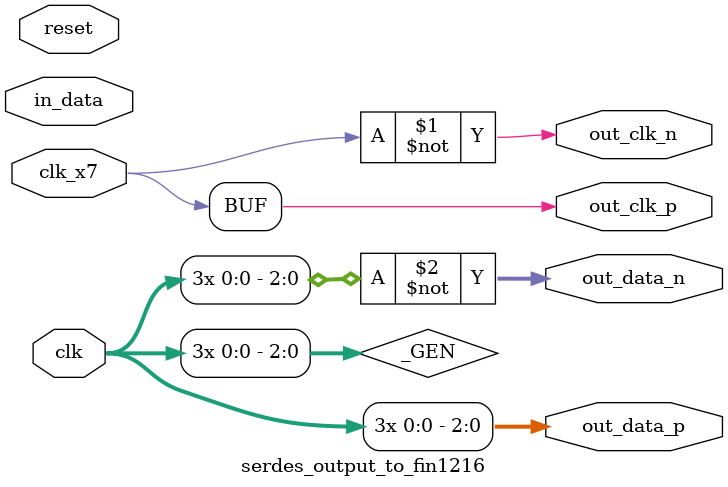
<source format=v>
module serdes_output_to_fin1216(	// file.cleaned.mlir:2:3
  input         reset,	// file.cleaned.mlir:2:42
                clk,	// file.cleaned.mlir:2:58
                clk_x7,	// file.cleaned.mlir:2:72
  input  [20:0] in_data,	// file.cleaned.mlir:2:89
  output        out_clk_p,	// file.cleaned.mlir:2:109
                out_clk_n,	// file.cleaned.mlir:2:129
  output [2:0]  out_data_p,	// file.cleaned.mlir:2:149
                out_data_n	// file.cleaned.mlir:2:170
);

  wire [2:0] _GEN = {3{clk}};	// file.cleaned.mlir:6:10
  assign out_clk_p = clk_x7;	// file.cleaned.mlir:8:5
  assign out_clk_n = ~clk_x7;	// file.cleaned.mlir:5:10, :8:5
  assign out_data_p = _GEN;	// file.cleaned.mlir:6:10, :8:5
  assign out_data_n = ~_GEN;	// file.cleaned.mlir:6:10, :7:10, :8:5
endmodule


</source>
